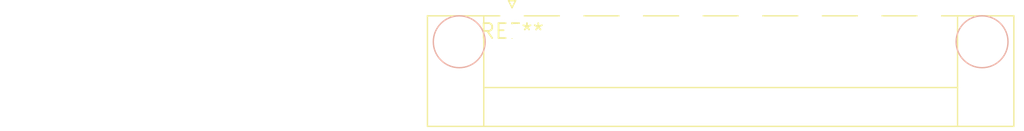
<source format=kicad_pcb>
(kicad_pcb (version 20240108) (generator pcbnew)
  (layers (0 "F.Cu" signal) (31 "B.Cu" signal) (34 "B.Paste" user) (35 "F.Paste" user) (36 "B.SilkS" user "B.Silkscreen") (37 "F.SilkS" user "F.Silkscreen") (38 "B.Mask" user) (39 "F.Mask" user) (44 "Edge.Cuts" user))
  (net 0 "")
  (footprint "PhoenixContact_MC_1,5_8-GF-5.08_1x08_P5.08mm_Horizontal_ThreadedFlange_MountHole" (layer "F.Cu") (at 0 0)
    (property "Reference" "REF**")
    (property "Value" "PhoenixContact_MC_1,5_8-GF-5.08_1x08_P5.08mm_Horizontal_ThreadedFlange_MountHole")
    (fp_circle (center -4.5 0.9) (end -2.29 0.9) (layer "B.SilkS") (stroke (width 0.12)) (fill none))
    (fp_circle (center 40.06 0.9) (end 42.27 0.9) (layer "B.SilkS") (stroke (width 0.12)) (fill none))
    (fp_line (start -7.21 -1.31) (end -7.21 8.11) (layer "F.SilkS") (stroke (width 0.12)))
    (fp_line (start -7.21 -1.31) (end -1.05 -1.31) (layer "F.SilkS") (stroke (width 0.12)))
    (fp_line (start -7.21 8.11) (end 42.77 8.11) (layer "F.SilkS") (stroke (width 0.12)))
    (fp_line (start -2.41 -1.31) (end -2.41 8.11) (layer "F.SilkS") (stroke (width 0.12)))
    (fp_line (start -2.41 4.8) (end 37.97 4.8) (layer "F.SilkS") (stroke (width 0.12)))
    (fp_line (start -0.3 -2.6) (end 0.3 -2.6) (layer "F.SilkS") (stroke (width 0.12)))
    (fp_line (start 0 -2) (end -0.3 -2.6) (layer "F.SilkS") (stroke (width 0.12)))
    (fp_line (start 0.3 -2.6) (end 0 -2) (layer "F.SilkS") (stroke (width 0.12)))
    (fp_line (start 1.05 -1.31) (end 4.03 -1.31) (layer "F.SilkS") (stroke (width 0.12)))
    (fp_line (start 6.13 -1.31) (end 9.11 -1.31) (layer "F.SilkS") (stroke (width 0.12)))
    (fp_line (start 11.21 -1.31) (end 14.19 -1.31) (layer "F.SilkS") (stroke (width 0.12)))
    (fp_line (start 16.29 -1.31) (end 19.27 -1.31) (layer "F.SilkS") (stroke (width 0.12)))
    (fp_line (start 21.37 -1.31) (end 24.35 -1.31) (layer "F.SilkS") (stroke (width 0.12)))
    (fp_line (start 26.45 -1.31) (end 29.43 -1.31) (layer "F.SilkS") (stroke (width 0.12)))
    (fp_line (start 31.53 -1.31) (end 34.51 -1.31) (layer "F.SilkS") (stroke (width 0.12)))
    (fp_line (start 37.97 -1.31) (end 37.97 8.11) (layer "F.SilkS") (stroke (width 0.12)))
    (fp_line (start 42.77 -1.31) (end 36.61 -1.31) (layer "F.SilkS") (stroke (width 0.12)))
    (fp_line (start 42.77 8.11) (end 42.77 -1.31) (layer "F.SilkS") (stroke (width 0.12)))
    (pad "" np_thru_hole circle (at -4.5 0.9) (size 2.4 2.4) (drill 2.4) (layers *.Cu *.Mask))
    (pad "" np_thru_hole circle (at 40.06 0.9) (size 2.4 2.4) (drill 2.4) (layers *.Cu *.Mask))
    (pad "1" thru_hole roundrect (at 0 0) (size 1.8 3.6) (drill 1.2) (layers *.Cu *.Mask) (remove_unused_layers) (roundrect_rratio 0.138889))
    (pad "2" thru_hole oval (at 5.08 0) (size 1.8 3.6) (drill 1.2) (layers *.Cu *.Mask) (remove_unused_layers))
    (pad "3" thru_hole oval (at 10.16 0) (size 1.8 3.6) (drill 1.2) (layers *.Cu *.Mask) (remove_unused_layers))
    (pad "4" thru_hole oval (at 15.24 0) (size 1.8 3.6) (drill 1.2) (layers *.Cu *.Mask) (remove_unused_layers))
    (pad "5" thru_hole oval (at 20.32 0) (size 1.8 3.6) (drill 1.2) (layers *.Cu *.Mask) (remove_unused_layers))
    (pad "6" thru_hole oval (at 25.4 0) (size 1.8 3.6) (drill 1.2) (layers *.Cu *.Mask) (remove_unused_layers))
    (pad "7" thru_hole oval (at 30.48 0) (size 1.8 3.6) (drill 1.2) (layers *.Cu *.Mask) (remove_unused_layers))
    (pad "8" thru_hole oval (at 35.56 0) (size 1.8 3.6) (drill 1.2) (layers *.Cu *.Mask) (remove_unused_layers))
  )
)
</source>
